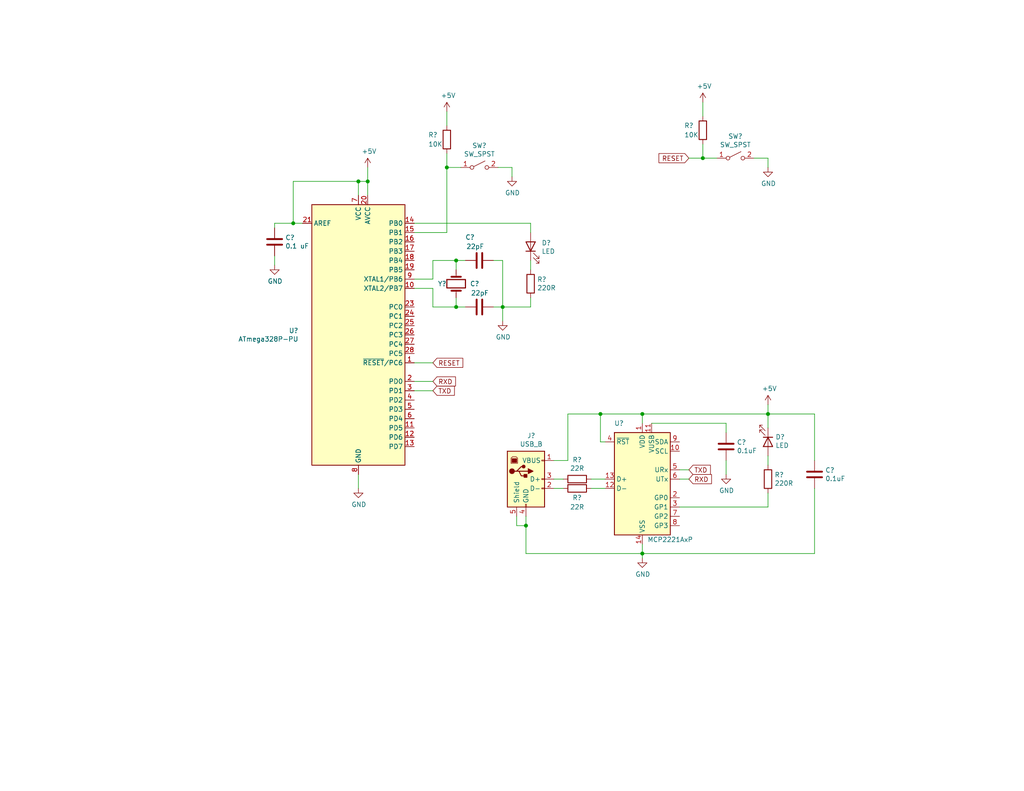
<source format=kicad_sch>
(kicad_sch (version 20231120) (generator "eeschema") (generator_version "8.0")
  (paper "USLetter")
  (title_block (title "Serial Test Circut") (date "2021-02-28"))
  (lib_symbols
    (symbol "Connector:USB_B" (pin_names (offset 1.016))
      (property "Reference" "J" (at -5.08 11.43 0))
      (property "Value" "USB_B" (at -5.08 8.89 0))
      (symbol "USB_B_0_1"
        (rectangle (start -5.08 -7.62) (end 5.08 7.62) (stroke (width 0.254)) (fill (type background)))
        (circle (center -3.81 2.159) (radius 0.635) (stroke (width 0.254)) (fill (type outline)))
        (rectangle (start -3.81 5.588) (end -2.54 4.572) (fill (type outline)))
        (circle (center -0.635 3.429) (radius 0.381) (stroke (width 0.254)) (fill (type outline)))
        (rectangle (start -0.127 -7.62) (end 0.127 -6.858))
        (polyline (pts (xy -1.905 2.159) (xy 0.635 2.159)) (stroke (width 0.254)))
        (polyline (pts (xy -3.175 2.159) (xy -2.54 2.159) (xy -1.27 3.429) (xy -0.635 3.429)) (stroke (width 0.254)))
        (polyline (pts (xy -2.54 2.159) (xy -1.905 2.159) (xy -1.27 0.889) (xy 0 0.889)) (stroke (width 0.254)))
        (polyline (pts (xy 0.635 2.794) (xy 0.635 1.524) (xy 1.905 2.159) (xy 0.635 2.794)) (stroke (width 0.254)) (fill (type outline)))
        (polyline (pts (xy -4.064 4.318) (xy -2.286 4.318) (xy -2.286 5.715) (xy -2.667 6.096) (xy -3.683 6.096) (xy -4.064 5.715) (xy -4.064 4.318)))
        (rectangle (start 0.254 1.27) (end -0.508 0.508) (stroke (width 0.254)) (fill (type outline)))
        (rectangle (start 5.08 -2.667) (end 4.318 -2.413))
        (rectangle (start 5.08 -0.127) (end 4.318 0.127))
        (rectangle (start 5.08 4.953) (end 4.318 5.207))
      )
      (symbol "USB_B_1_1"
        (pin power_out line (at 7.62 5.08 180) (length 2.54) (name "VBUS") (number "1"))
        (pin bidirectional line (at 7.62 -2.54 180) (length 2.54) (name "D-") (number "2"))
        (pin bidirectional line (at 7.62 0 180) (length 2.54) (name "D+") (number "3"))
        (pin power_out line (at 0 -10.16 90) (length 2.54) (name "GND") (number "4"))
        (pin passive line (at -2.54 -10.16 90) (length 2.54) (name "Shield") (number "5"))
      )
    )
    (symbol "Device:C" (pin_numbers hide) (pin_names (offset 0.254))
      (property "Reference" "C" (at 0.635 2.54 0))
      (property "Value" "C" (at 0.635 -2.54 0))
      (symbol "C_0_1"
        (polyline (pts (xy -2.032 -0.762) (xy 2.032 -0.762)) (stroke (width 0.508)))
        (polyline (pts (xy -2.032 0.762) (xy 2.032 0.762)) (stroke (width 0.508)))
      )
      (symbol "C_1_1"
        (pin passive line (at 0 3.81 270) (length 2.794) (name "~") (number "1"))
        (pin passive line (at 0 -3.81 90) (length 2.794) (name "~") (number "2"))
      )
    )
    (symbol "Device:Crystal" (pin_numbers hide) (pin_names (offset 1.016) hide)
      (property "Reference" "Y" (at 0 3.81 0))
      (property "Value" "Crystal" (at 0 -3.81 0))
      (symbol "Crystal_0_1"
        (rectangle (start -1.143 2.54) (end 1.143 -2.54) (stroke (width 0.3048)))
        (polyline (pts (xy -2.54 0) (xy -1.905 0)))
        (polyline (pts (xy -1.905 -1.27) (xy -1.905 1.27)) (stroke (width 0.508)))
        (polyline (pts (xy 1.905 -1.27) (xy 1.905 1.27)) (stroke (width 0.508)))
        (polyline (pts (xy 2.54 0) (xy 1.905 0)))
      )
      (symbol "Crystal_1_1"
        (pin passive line (at -3.81 0 0) (length 1.27) (name "1") (number "1"))
        (pin passive line (at 3.81 0 180) (length 1.27) (name "2") (number "2"))
      )
    )
    (symbol "Device:LED" (pin_numbers hide) (pin_names (offset 1.016) hide)
      (property "Reference" "D" (at 0 2.54 0))
      (property "Value" "LED" (at 0 -2.54 0))
      (symbol "LED_0_1"
        (polyline (pts (xy -1.27 -1.27) (xy -1.27 1.27)) (stroke (width 0.254)))
        (polyline (pts (xy -1.27 0) (xy 1.27 0)))
        (polyline (pts (xy 1.27 -1.27) (xy 1.27 1.27) (xy -1.27 0) (xy 1.27 -1.27)) (stroke (width 0.254)))
        (polyline (pts (xy -3.048 -0.762) (xy -4.572 -2.286) (xy -3.81 -2.286) (xy -4.572 -2.286) (xy -4.572 -1.524)))
        (polyline (pts (xy -1.778 -0.762) (xy -3.302 -2.286) (xy -2.54 -2.286) (xy -3.302 -2.286) (xy -3.302 -1.524)))
      )
      (symbol "LED_1_1"
        (pin passive line (at -3.81 0 0) (length 2.54) (name "K") (number "1"))
        (pin passive line (at 3.81 0 180) (length 2.54) (name "A") (number "2"))
      )
    )
    (symbol "Device:R" (pin_numbers hide) (pin_names (offset 0))
      (property "Reference" "R" (at 2.032 0 90))
      (property "Value" "R" (at 0 0 90))
      (symbol "R_0_1"
        (rectangle (start -1.016 -2.54) (end 1.016 2.54) (stroke (width 0.254)))
      )
      (symbol "R_1_1"
        (pin passive line (at 0 3.81 270) (length 1.27) (name "~") (number "1"))
        (pin passive line (at 0 -3.81 90) (length 1.27) (name "~") (number "2"))
      )
    )
    (symbol "Interface_USB:MCP2221AxP"
      (property "Reference" "U" (at -7.62 16.51 0))
      (property "Value" "MCP2221AxP" (at 12.7 16.51 0))
      (symbol "MCP2221AxP_0_1"
        (rectangle (start -7.62 15.24) (end 7.62 -12.7) (stroke (width 0.254)) (fill (type background)))
      )
      (symbol "MCP2221AxP_1_1"
        (pin power_in line (at 0 17.78 270) (length 2.54) (name "VDD") (number "1"))
        (pin bidirectional line (at 10.16 10.16 180) (length 2.54) (name "SCL") (number "10"))
        (pin passive line (at 2.54 17.78 270) (length 2.54) (name "VUSB") (number "11"))
        (pin bidirectional line (at -10.16 0 0) (length 2.54) (name "D-") (number "12"))
        (pin bidirectional line (at -10.16 2.54 0) (length 2.54) (name "D+") (number "13"))
        (pin power_in line (at 0 -15.24 90) (length 2.54) (name "VSS") (number "14"))
        (pin bidirectional line (at 10.16 -2.54 180) (length 2.54) (name "GP0") (number "2"))
        (pin bidirectional line (at 10.16 -5.08 180) (length 2.54) (name "GP1") (number "3"))
        (pin input line (at -10.16 12.7 0) (length 2.54) (name "~{RST}") (number "4"))
        (pin input line (at 10.16 5.08 180) (length 2.54) (name "URx") (number "5"))
        (pin output line (at 10.16 2.54 180) (length 2.54) (name "UTx") (number "6"))
        (pin bidirectional line (at 10.16 -7.62 180) (length 2.54) (name "GP2") (number "7"))
        (pin bidirectional line (at 10.16 -10.16 180) (length 2.54) (name "GP3") (number "8"))
        (pin bidirectional line (at 10.16 12.7 180) (length 2.54) (name "SDA") (number "9"))
      )
    )
    (symbol "Serial-Test-Circuit-rescue:+5V-power" (power) (pin_names (offset 0))
      (property "Value" "power_+5V" (at 0 3.556 0))
      (symbol "+5V-power_0_1"
        (polyline (pts (xy -0.762 1.27) (xy 0 2.54)))
        (polyline (pts (xy 0 0) (xy 0 2.54)))
        (polyline (pts (xy 0 2.54) (xy 0.762 1.27)))
      )
      (symbol "+5V-power_1_1"
        (pin power_in line (at 0 0 90) (length 0) hide (name "+5V") (number "1"))
      )
    )
    (symbol "Serial-Test-Circuit-rescue:ATmega328P-PU-MCU_Microchip_ATmega"
      (property "Reference" "U" (at -12.7 36.83 0))
      (property "Value" "MCU_Microchip_ATmega_ATmega328P-PU" (at 2.54 -36.83 0))
      (symbol "ATmega328P-PU-MCU_Microchip_ATmega_0_1"
        (rectangle (start -12.7 -35.56) (end 12.7 35.56) (stroke (width 0.254)) (fill (type background)))
      )
      (symbol "ATmega328P-PU-MCU_Microchip_ATmega_1_1"
        (pin bidirectional line (at 15.24 -7.62 180) (length 2.54) (name "~{RESET}/PC6") (number "1"))
        (pin bidirectional line (at 15.24 12.7 180) (length 2.54) (name "XTAL2/PB7") (number "10"))
        (pin bidirectional line (at 15.24 -25.4 180) (length 2.54) (name "PD5") (number "11"))
        (pin bidirectional line (at 15.24 -27.94 180) (length 2.54) (name "PD6") (number "12"))
        (pin bidirectional line (at 15.24 -30.48 180) (length 2.54) (name "PD7") (number "13"))
        (pin bidirectional line (at 15.24 30.48 180) (length 2.54) (name "PB0") (number "14"))
        (pin bidirectional line (at 15.24 27.94 180) (length 2.54) (name "PB1") (number "15"))
        (pin bidirectional line (at 15.24 25.4 180) (length 2.54) (name "PB2") (number "16"))
        (pin bidirectional line (at 15.24 22.86 180) (length 2.54) (name "PB3") (number "17"))
        (pin bidirectional line (at 15.24 20.32 180) (length 2.54) (name "PB4") (number "18"))
        (pin bidirectional line (at 15.24 17.78 180) (length 2.54) (name "PB5") (number "19"))
        (pin bidirectional line (at 15.24 -12.7 180) (length 2.54) (name "PD0") (number "2"))
        (pin power_in line (at 2.54 38.1 270) (length 2.54) (name "AVCC") (number "20"))
        (pin passive line (at -15.24 30.48 0) (length 2.54) (name "AREF") (number "21"))
        (pin passive line (at 0 -38.1 90) (length 2.54) hide (name "GND") (number "22"))
        (pin bidirectional line (at 15.24 7.62 180) (length 2.54) (name "PC0") (number "23"))
        (pin bidirectional line (at 15.24 5.08 180) (length 2.54) (name "PC1") (number "24"))
        (pin bidirectional line (at 15.24 2.54 180) (length 2.54) (name "PC2") (number "25"))
        (pin bidirectional line (at 15.24 0 180) (length 2.54) (name "PC3") (number "26"))
        (pin bidirectional line (at 15.24 -2.54 180) (length 2.54) (name "PC4") (number "27"))
        (pin bidirectional line (at 15.24 -5.08 180) (length 2.54) (name "PC5") (number "28"))
        (pin bidirectional line (at 15.24 -15.24 180) (length 2.54) (name "PD1") (number "3"))
        (pin bidirectional line (at 15.24 -17.78 180) (length 2.54) (name "PD2") (number "4"))
        (pin bidirectional line (at 15.24 -20.32 180) (length 2.54) (name "PD3") (number "5"))
        (pin bidirectional line (at 15.24 -22.86 180) (length 2.54) (name "PD4") (number "6"))
        (pin power_in line (at 0 38.1 270) (length 2.54) (name "VCC") (number "7"))
        (pin power_in line (at 0 -38.1 90) (length 2.54) (name "GND") (number "8"))
        (pin bidirectional line (at 15.24 15.24 180) (length 2.54) (name "XTAL1/PB6") (number "9"))
      )
    )
    (symbol "Serial-Test-Circuit-rescue:GND-power" (power) (pin_names (offset 0))
      (property "Value" "power_GND" (at 0 -3.81 0))
      (symbol "GND-power_0_1"
        (polyline (pts (xy 0 0) (xy 0 -1.27) (xy 1.27 -1.27) (xy 0 -2.54) (xy -1.27 -1.27) (xy 0 -1.27)))
      )
      (symbol "GND-power_1_1"
        (pin power_in line (at 0 0 270) (length 0) hide (name "GND") (number "1"))
      )
    )
    (symbol "Switch:SW_SPST" (pin_names (offset 0) hide)
      (property "Reference" "SW" (at 0 3.175 0))
      (property "Value" "SW_SPST" (at 0 -2.54 0))
      (symbol "SW_SPST_0_0"
        (circle (center -2.032 0) (radius 0.508))
        (polyline (pts (xy -1.524 0.254) (xy 1.524 1.778)))
        (circle (center 2.032 0) (radius 0.508))
      )
      (symbol "SW_SPST_1_1"
        (pin passive line (at -5.08 0 0) (length 2.54) (name "A") (number "1"))
        (pin passive line (at 5.08 0 180) (length 2.54) (name "B") (number "2"))
      )
    )
  )
  (junction (at 97.79 49.53))
  (junction (at 209.55 113.03))
  (junction (at 121.92 45.72))
  (junction (at 175.26 113.03))
  (junction (at 137.16 83.82))
  (junction (at 124.46 71.12))
  (junction (at 163.83 113.03))
  (junction (at 80.01 60.96))
  (junction (at 143.51 143.51))
  (junction (at 175.26 151.13))
  (junction (at 124.46 83.82))
  (junction (at 191.77 43.18))
  (junction (at 100.33 49.53))
  (wire (pts (xy 100.33 49.53) (xy 100.33 45.72)))
  (wire (pts (xy 113.03 99.06) (xy 118.11 99.06)))
  (wire (pts (xy 198.12 125.73) (xy 198.12 129.54)))
  (wire (pts (xy 121.92 45.72) (xy 121.92 41.91)))
  (wire (pts (xy 140.97 143.51) (xy 143.51 143.51)))
  (wire (pts (xy 209.55 110.49) (xy 209.55 113.03)))
  (wire (pts (xy 209.55 43.18) (xy 209.55 45.72)))
  (wire (pts (xy 124.46 83.82) (xy 124.46 81.28)))
  (wire (pts (xy 135.89 45.72) (xy 139.7 45.72)))
  (wire (pts (xy 185.42 138.43) (xy 209.55 138.43)))
  (wire (pts (xy 175.26 151.13) (xy 222.25 151.13)))
  (wire (pts (xy 121.92 45.72) (xy 121.92 63.5)))
  (wire (pts (xy 134.62 83.82) (xy 137.16 83.82)))
  (wire (pts (xy 222.25 113.03) (xy 222.25 125.73)))
  (wire (pts (xy 134.62 71.12) (xy 137.16 71.12)))
  (wire (pts (xy 151.13 130.81) (xy 153.67 130.81)))
  (wire (pts (xy 143.51 151.13) (xy 175.26 151.13)))
  (wire (pts (xy 198.12 115.57) (xy 198.12 118.11)))
  (wire (pts (xy 118.11 71.12) (xy 124.46 71.12)))
  (wire (pts (xy 144.78 60.96) (xy 144.78 63.5)))
  (wire (pts (xy 113.03 104.14) (xy 118.11 104.14)))
  (wire (pts (xy 113.03 63.5) (xy 121.92 63.5)))
  (wire (pts (xy 154.94 125.73) (xy 154.94 113.03)))
  (wire (pts (xy 113.03 106.68) (xy 118.11 106.68)))
  (wire (pts (xy 97.79 53.34) (xy 97.79 49.53)))
  (wire (pts (xy 163.83 120.65) (xy 163.83 113.03)))
  (wire (pts (xy 140.97 140.97) (xy 140.97 143.51)))
  (wire (pts (xy 137.16 71.12) (xy 137.16 83.82)))
  (wire (pts (xy 209.55 127) (xy 209.55 124.46)))
  (wire (pts (xy 137.16 83.82) (xy 144.78 83.82)))
  (wire (pts (xy 124.46 73.66) (xy 124.46 71.12)))
  (wire (pts (xy 175.26 151.13) (xy 175.26 152.4)))
  (wire (pts (xy 74.93 60.96) (xy 80.01 60.96)))
  (wire (pts (xy 187.96 128.27) (xy 185.42 128.27)))
  (wire (pts (xy 161.29 133.35) (xy 165.1 133.35)))
  (wire (pts (xy 139.7 45.72) (xy 139.7 48.26)))
  (wire (pts (xy 74.93 69.85) (xy 74.93 72.39)))
  (wire (pts (xy 137.16 83.82) (xy 137.16 87.63)))
  (wire (pts (xy 143.51 140.97) (xy 143.51 143.51)))
  (wire (pts (xy 97.79 129.54) (xy 97.79 133.35)))
  (wire (pts (xy 127 83.82) (xy 124.46 83.82)))
  (wire (pts (xy 121.92 30.48) (xy 121.92 34.29)))
  (wire (pts (xy 187.96 43.18) (xy 191.77 43.18)))
  (wire (pts (xy 82.55 60.96) (xy 80.01 60.96)))
  (wire (pts (xy 100.33 53.34) (xy 100.33 49.53)))
  (wire (pts (xy 80.01 60.96) (xy 80.01 49.53)))
  (wire (pts (xy 113.03 76.2) (xy 118.11 76.2)))
  (wire (pts (xy 165.1 120.65) (xy 163.83 120.65)))
  (wire (pts (xy 185.42 130.81) (xy 187.96 130.81)))
  (wire (pts (xy 80.01 49.53) (xy 97.79 49.53)))
  (wire (pts (xy 118.11 83.82) (xy 124.46 83.82)))
  (wire (pts (xy 118.11 78.74) (xy 118.11 83.82)))
  (wire (pts (xy 118.11 76.2) (xy 118.11 71.12)))
  (wire (pts (xy 175.26 148.59) (xy 175.26 151.13)))
  (wire (pts (xy 175.26 115.57) (xy 175.26 113.03)))
  (wire (pts (xy 191.77 43.18) (xy 195.58 43.18)))
  (wire (pts (xy 209.55 138.43) (xy 209.55 134.62)))
  (wire (pts (xy 113.03 60.96) (xy 144.78 60.96)))
  (wire (pts (xy 175.26 113.03) (xy 209.55 113.03)))
  (wire (pts (xy 177.8 115.57) (xy 198.12 115.57)))
  (wire (pts (xy 74.93 62.23) (xy 74.93 60.96)))
  (wire (pts (xy 124.46 71.12) (xy 127 71.12)))
  (wire (pts (xy 144.78 71.12) (xy 144.78 73.66)))
  (wire (pts (xy 191.77 43.18) (xy 191.77 39.37)))
  (wire (pts (xy 121.92 45.72) (xy 125.73 45.72)))
  (wire (pts (xy 191.77 27.94) (xy 191.77 31.75)))
  (wire (pts (xy 205.74 43.18) (xy 209.55 43.18)))
  (wire (pts (xy 151.13 125.73) (xy 154.94 125.73)))
  (wire (pts (xy 163.83 113.03) (xy 175.26 113.03)))
  (wire (pts (xy 154.94 113.03) (xy 163.83 113.03)))
  (wire (pts (xy 222.25 151.13) (xy 222.25 133.35)))
  (wire (pts (xy 113.03 78.74) (xy 118.11 78.74)))
  (wire (pts (xy 209.55 113.03) (xy 209.55 116.84)))
  (wire (pts (xy 209.55 113.03) (xy 222.25 113.03)))
  (wire (pts (xy 144.78 83.82) (xy 144.78 81.28)))
  (wire (pts (xy 97.79 49.53) (xy 100.33 49.53)))
  (wire (pts (xy 151.13 133.35) (xy 153.67 133.35)))
  (wire (pts (xy 143.51 143.51) (xy 143.51 151.13)))
  (wire (pts (xy 161.29 130.81) (xy 165.1 130.81)))
  (global_label "TXD" (shape input) (at 118.11 106.68 0) (property "Intersheetrefs" "${INTERSHEET_REFS}" (effects (hide yes))))
  (global_label "TXD" (shape input) (at 187.96 128.27 0) (property "Intersheetrefs" "${INTERSHEET_REFS}" (effects (hide yes))))
  (global_label "RESET" (shape input) (at 187.96 43.18 180) (property "Intersheetrefs" "${INTERSHEET_REFS}" (effects (hide yes))))
  (global_label "RXD" (shape input) (at 118.11 104.14 0) (property "Intersheetrefs" "${INTERSHEET_REFS}" (effects (hide yes))))
  (global_label "RXD" (shape input) (at 187.96 130.81 0) (property "Intersheetrefs" "${INTERSHEET_REFS}" (effects (hide yes))))
  (global_label "RESET" (shape input) (at 118.11 99.06 0) (property "Intersheetrefs" "${INTERSHEET_REFS}" (effects (hide yes))))
  (symbol (lib_id "Serial-Test-Circuit-rescue:ATmega328P-PU-MCU_Microchip_ATmega") (at 97.79 91.44 0) (unit 1)
    (property "Reference" "U?" (at 81.4324 90.2716 0) (effects (justify right)))
    (property "Value" "ATmega328P-PU" (at 81.4324 92.583 0) (effects (justify right)))
    (property "Footprint" "Package_DIP:DIP-28_W7.62mm" (effects (hide yes)))
    (property "Datasheet" "http://ww1.microchip.com/downloads/en/DeviceDoc/ATmega328_P%20AVR%20MCU%20with%20picoPower%20Technology%20Data%20Sheet%2040001984A.pdf" (effects (hide yes)))
  )
  (symbol (lib_id "Interface_USB:MCP2221AxP") (at 175.26 133.35 0) (unit 1)
    (property "Reference" "U?" (at 168.91 115.57 0))
    (property "Value" "MCP2221AxP" (at 182.88 147.32 0))
    (property "Footprint" "Package_DIP:DIP-14_W7.62mm" (effects (hide yes)))
    (property "Datasheet" "http://ww1.microchip.com/downloads/en/DeviceDoc/20005565B.pdf" (effects (hide yes)))
  )
  (symbol (lib_id "Device:Crystal") (at 124.46 77.47 90) (unit 1)
    (property "Reference" "Y?" (at 120.65 77.47 90))
    (property "Value" "Crystal" (effects (hide yes)))
  )
  (symbol (lib_id "Device:C") (at 130.81 71.12 90) (unit 1)
    (property "Reference" "C?" (at 129.54 64.77 90) (effects (justify left)))
    (property "Value" "22pF" (at 132.08 67.31 90) (effects (justify left)))
  )
  (symbol (lib_id "Switch:SW_SPST") (at 200.66 43.18 0) (unit 1)
    (property "Reference" "SW?" (at 200.66 37.211 0))
    (property "Value" "SW_SPST" (at 200.66 39.5224 0))
  )
  (symbol (lib_id "Device:R") (at 191.77 35.56 0) (unit 1)
    (property "Reference" "R?" (at 186.69 34.29 0) (effects (justify left)))
    (property "Value" "10K" (at 186.69 36.83 0) (effects (justify left)))
  )
  (symbol (lib_id "Device:R") (at 144.78 77.47 0) (unit 1)
    (property "Reference" "R?" (at 146.558 76.3016 0) (effects (justify left)))
    (property "Value" "220R" (at 146.558 78.613 0) (effects (justify left)))
  )
  (symbol (lib_id "Device:LED") (at 144.78 67.31 90) (unit 1)
    (property "Reference" "D?" (at 147.7772 66.3194 90) (effects (justify right)))
    (property "Value" "LED" (at 147.7772 68.6308 90) (effects (justify right)))
  )
  (symbol (lib_id "Device:R") (at 157.48 130.81 270) (unit 1)
    (property "Reference" "R?" (at 157.48 125.5522 90))
    (property "Value" "22R" (at 157.48 127.8636 90))
  )
  (symbol (lib_id "Serial-Test-Circuit-rescue:+5V-power") (at 100.33 45.72 0) (unit 1)
    (property "Reference" "#PWR?" (effects (hide yes)))
    (property "Value" "+5V" (at 100.711 41.3258 0))
  )
  (symbol (lib_id "Serial-Test-Circuit-rescue:GND-power") (at 97.79 133.35 0) (unit 1)
    (property "Reference" "#PWR?" (effects (hide yes)))
    (property "Value" "GND" (at 97.917 137.7442 0))
  )
  (symbol (lib_id "Device:C") (at 130.81 83.82 90) (unit 1)
    (property "Reference" "C?" (at 130.81 77.47 90) (effects (justify left)))
    (property "Value" "22pF" (at 133.35 80.01 90) (effects (justify left)))
  )
  (symbol (lib_id "Serial-Test-Circuit-rescue:GND-power") (at 137.16 87.63 0) (unit 1)
    (property "Reference" "#PWR?" (effects (hide yes)))
    (property "Value" "GND" (at 137.287 92.0242 0))
  )
  (symbol (lib_id "Serial-Test-Circuit-rescue:GND-power") (at 74.93 72.39 0) (unit 1)
    (property "Reference" "#PWR?" (effects (hide yes)))
    (property "Value" "GND" (at 75.057 76.7842 0))
  )
  (symbol (lib_id "Device:C") (at 74.93 66.04 0) (unit 1)
    (property "Reference" "C?" (at 77.851 64.8716 0) (effects (justify left)))
    (property "Value" "0.1 uF" (at 77.851 67.183 0) (effects (justify left)))
  )
  (symbol (lib_id "Serial-Test-Circuit-rescue:GND-power") (at 209.55 45.72 0) (unit 1)
    (property "Reference" "#PWR?" (effects (hide yes)))
    (property "Value" "GND" (at 209.677 50.1142 0))
  )
  (symbol (lib_id "Serial-Test-Circuit-rescue:+5V-power") (at 191.77 27.94 0) (unit 1)
    (property "Reference" "#PWR?" (effects (hide yes)))
    (property "Value" "+5V" (at 192.151 23.5458 0))
  )
  (symbol (lib_id "Switch:SW_SPST") (at 130.81 45.72 0) (unit 1)
    (property "Reference" "SW?" (at 130.81 39.751 0))
    (property "Value" "SW_SPST" (at 130.81 42.0624 0))
  )
  (symbol (lib_id "Device:R") (at 121.92 38.1 0) (unit 1)
    (property "Reference" "R?" (at 116.84 36.83 0) (effects (justify left)))
    (property "Value" "10K" (at 116.84 39.37 0) (effects (justify left)))
  )
  (symbol (lib_id "Serial-Test-Circuit-rescue:GND-power") (at 139.7 48.26 0) (unit 1)
    (property "Reference" "#PWR?" (effects (hide yes)))
    (property "Value" "GND" (at 139.827 52.6542 0))
  )
  (symbol (lib_id "Serial-Test-Circuit-rescue:+5V-power") (at 121.92 30.48 0) (unit 1)
    (property "Reference" "#PWR?" (effects (hide yes)))
    (property "Value" "+5V" (at 122.301 26.0858 0))
  )
  (symbol (lib_id "Device:R") (at 157.48 133.35 270) (unit 1)
    (property "Reference" "R?" (at 157.48 135.89 90))
    (property "Value" "22R" (at 157.48 138.43 90))
  )
  (symbol (lib_id "Device:R") (at 209.55 130.81 0) (unit 1)
    (property "Reference" "R?" (at 211.328 129.6416 0) (effects (justify left)))
    (property "Value" "220R" (at 211.328 131.953 0) (effects (justify left)))
  )
  (symbol (lib_id "Device:LED") (at 209.55 120.65 270) (unit 1)
    (property "Reference" "D?" (at 211.582 119.3038 90) (effects (justify left)))
    (property "Value" "LED" (at 211.582 121.6152 90) (effects (justify left)))
  )
  (symbol (lib_id "Serial-Test-Circuit-rescue:+5V-power") (at 209.55 110.49 0) (unit 1)
    (property "Reference" "#PWR?" (effects (hide yes)))
    (property "Value" "+5V" (at 209.931 106.0958 0))
  )
  (symbol (lib_id "Connector:USB_B") (at 143.51 130.81 0) (unit 1)
    (property "Reference" "J?" (at 144.9578 118.9482 0))
    (property "Value" "USB_B" (at 144.9578 121.2596 0))
  )
  (symbol (lib_id "Serial-Test-Circuit-rescue:GND-power") (at 175.26 152.4 0) (unit 1)
    (property "Reference" "#PWR?" (effects (hide yes)))
    (property "Value" "GND" (at 175.387 156.7942 0))
  )
  (symbol (lib_id "Device:C") (at 222.25 129.54 0) (unit 1)
    (property "Reference" "C?" (at 225.171 128.3716 0) (effects (justify left)))
    (property "Value" "0.1uF" (at 225.171 130.683 0) (effects (justify left)))
  )
  (symbol (lib_id "Device:C") (at 198.12 121.92 0) (unit 1)
    (property "Reference" "C?" (at 201.041 120.7516 0) (effects (justify left)))
    (property "Value" "0.1uF" (at 201.041 123.063 0) (effects (justify left)))
  )
  (symbol (lib_id "Serial-Test-Circuit-rescue:GND-power") (at 198.12 129.54 0) (unit 1)
    (property "Reference" "#PWR?" (effects (hide yes)))
    (property "Value" "GND" (at 198.247 133.9342 0))
  )
)
</source>
